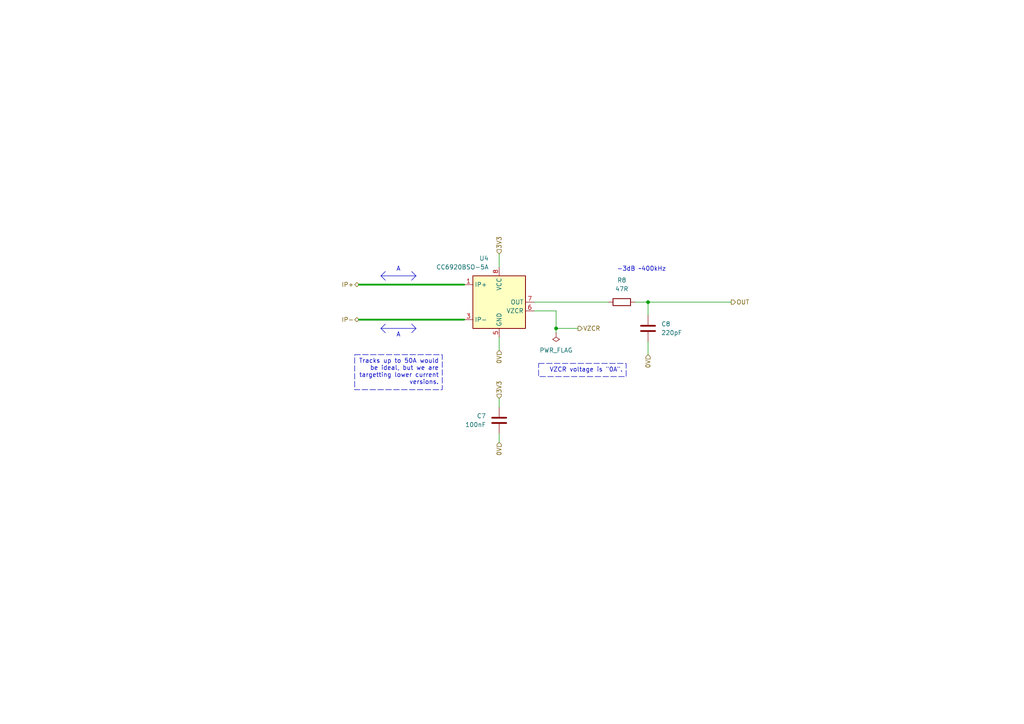
<source format=kicad_sch>
(kicad_sch (version 20231120) (generator "eeschema") (generator_version "8.0")
  (paper "A4")
  (title_block (date "2024-09-25") (rev "A"))
  (lib_symbols
    (symbol "Current_Probe_CC6920B:CC6920BSO-5A"
      (property "Reference" "U" (at 2.54 11.43 0))
      (property "Value" "CC6920BSO-5A" (at 2.54 8.89 0))
      (symbol "CC6920BSO-5A_0_1"
        (rectangle (start -7.62 7.62) (end 7.62 -7.62) (stroke (width 0.254)) (fill (type background)))
      )
      (symbol "CC6920BSO-5A_1_1"
        (pin passive line (at -10.16 5.08 0) (length 2.54) (name "IP+") (number "1"))
        (pin passive line (at -10.16 5.08 0) (length 2.54) hide (name "IP+") (number "2"))
        (pin passive line (at -10.16 -5.08 0) (length 2.54) (name "IP-") (number "3"))
        (pin passive line (at -10.16 -5.08 0) (length 2.54) hide (name "IP-") (number "4"))
        (pin power_in line (at 0 -10.16 90) (length 2.54) (name "GND") (number "5"))
        (pin passive line (at 10.16 -2.54 180) (length 2.54) (name "VZCR") (number "6"))
        (pin output line (at 10.16 0 180) (length 2.54) (name "OUT") (number "7"))
        (pin power_in line (at 0 10.16 270) (length 2.54) (name "VCC") (number "8"))
      )
    )
    (symbol "Device:C" (pin_numbers hide) (pin_names (offset 0.254))
      (property "Reference" "C" (at 0.635 2.54 0))
      (property "Value" "C" (at 0.635 -2.54 0))
      (symbol "C_0_1"
        (polyline (pts (xy -2.032 -0.762) (xy 2.032 -0.762)) (stroke (width 0.508)))
        (polyline (pts (xy -2.032 0.762) (xy 2.032 0.762)) (stroke (width 0.508)))
      )
      (symbol "C_1_1"
        (pin passive line (at 0 3.81 270) (length 2.794) (name "~") (number "1"))
        (pin passive line (at 0 -3.81 90) (length 2.794) (name "~") (number "2"))
      )
    )
    (symbol "Device:R" (pin_numbers hide) (pin_names (offset 0))
      (property "Reference" "R" (at 2.032 0 90))
      (property "Value" "R" (at 0 0 90))
      (symbol "R_0_1"
        (rectangle (start -1.016 -2.54) (end 1.016 2.54) (stroke (width 0.254)))
      )
      (symbol "R_1_1"
        (pin passive line (at 0 3.81 270) (length 1.27) (name "~") (number "1"))
        (pin passive line (at 0 -3.81 90) (length 1.27) (name "~") (number "2"))
      )
    )
    (symbol "power:PWR_FLAG" (power) (pin_numbers hide) (pin_names (offset 0) hide)
      (property "Value" "PWR_FLAG" (at 0 3.81 0))
      (symbol "PWR_FLAG_0_0"
        (pin power_out line (at 0 0 90) (length 0) (name "~") (number "1"))
      )
      (symbol "PWR_FLAG_0_1"
        (polyline (pts (xy 0 0) (xy 0 1.27) (xy -1.016 1.905) (xy 0 2.54) (xy 1.016 1.905) (xy 0 1.27)))
      )
    )
  )
  (junction (at 187.96 87.63))
  (junction (at 161.29 95.25))
  (wire (pts (xy 187.96 91.44) (xy 187.96 87.63)))
  (wire (pts (xy 161.29 95.25) (xy 161.29 90.17)))
  (wire (pts (xy 104.14 82.55) (xy 134.62 82.55)) (stroke (width 0.508)))
  (wire (pts (xy 144.78 115.57) (xy 144.78 118.11)))
  (wire (pts (xy 167.64 95.25) (xy 161.29 95.25)))
  (wire (pts (xy 144.78 125.73) (xy 144.78 128.27)))
  (polyline (pts (xy 120.65 80.01) (xy 119.38 81.28)))
  (wire (pts (xy 104.14 92.71) (xy 134.62 92.71)) (stroke (width 0.508)))
  (polyline (pts (xy 120.65 95.25) (xy 119.38 93.98)))
  (wire (pts (xy 187.96 99.06) (xy 187.96 102.87)))
  (wire (pts (xy 161.29 90.17) (xy 154.94 90.17)))
  (wire (pts (xy 144.78 97.79) (xy 144.78 101.6)))
  (polyline (pts (xy 110.49 80.01) (xy 120.65 80.01)))
  (polyline (pts (xy 120.65 80.01) (xy 119.38 78.74)))
  (polyline (pts (xy 110.49 80.01) (xy 111.76 81.28)))
  (wire (pts (xy 187.96 87.63) (xy 184.15 87.63)))
  (polyline (pts (xy 110.49 95.25) (xy 111.76 96.52)))
  (wire (pts (xy 176.53 87.63) (xy 154.94 87.63)))
  (wire (pts (xy 212.09 87.63) (xy 187.96 87.63)))
  (polyline (pts (xy 120.65 95.25) (xy 119.38 96.52)))
  (polyline (pts (xy 110.49 95.25) (xy 111.76 93.98)))
  (wire (pts (xy 144.78 73.66) (xy 144.78 77.47)))
  (wire (pts (xy 161.29 95.25) (xy 161.29 96.52)))
  (polyline (pts (xy 110.49 95.25) (xy 120.65 95.25)))
  (polyline (pts (xy 110.49 80.01) (xy 111.76 78.74)))
  (text_box "VZCR voltage is \"0A\"." (at 156.21 105.41 0) (size 25.4 3.81) (stroke (width 0) (type dash)) (effects (font (size 1.27 1.27)) (justify right top)))
  (text_box "Tracks up to 50A would be ideal, but we are targetting lower current versions." (at 102.87 102.87 0) (size 25.4 10.16) (stroke (width 0) (type dash)) (effects (font (size 1.27 1.27)) (justify right top)))
  (text "A" (at 115.57 78.105 0) (effects (font (size 1.27 1.27))))
  (text "A" (at 115.57 97.155 0) (effects (font (size 1.27 1.27))))
  (text "-3dB ~400kHz" (at 186.055 78.105 0) (effects (font (size 1.27 1.27))))
  (hierarchical_label "IP-" (shape bidirectional) (at 104.14 92.71 180))
  (hierarchical_label "0V" (shape input) (at 144.78 128.27 270))
  (hierarchical_label "VZCR" (shape output) (at 167.64 95.25 0))
  (hierarchical_label "IP+" (shape bidirectional) (at 104.14 82.55 180))
  (hierarchical_label "OUT" (shape output) (at 212.09 87.63 0))
  (hierarchical_label "3V3" (shape input) (at 144.78 73.66 90))
  (hierarchical_label "3V3" (shape input) (at 144.78 115.57 90))
  (hierarchical_label "0V" (shape input) (at 144.78 101.6 270))
  (hierarchical_label "0V" (shape input) (at 187.96 102.87 270))
  (symbol (lib_id "Device:C") (at 187.96 95.25 0) (unit 1)
    (property "Reference" "C8" (at 191.77 93.9799 0) (effects (justify left)))
    (property "Value" "220pF" (at 191.77 96.5199 0) (effects (justify left)))
    (property "Footprint" "Capacitor_SMD:C_0603_1608Metric" (effects (hide yes)))
    (property "Description" "Unpolarized capacitor" (effects (hide yes)))
    (property "LCSC Part #" "C1603" (effects (hide yes)))
    (property "Manufacturer" "Samsung Electro-Mechanics" (effects (hide yes)))
    (property "Manufacturer Part #" "CL10B221KB8NNNC" (effects (hide yes)))
  )
  (symbol (lib_id "power:PWR_FLAG") (at 161.29 96.52 180) (unit 1)
    (property "Reference" "#FLG04" (effects (hide yes)))
    (property "Value" "PWR_FLAG" (at 161.29 101.6 0))
    (property "Description" "Special symbol for telling ERC where power comes from" (effects (hide yes)))
  )
  (symbol (lib_id "Device:R") (at 180.34 87.63 270) (mirror x) (unit 1)
    (property "Reference" "R8" (at 180.34 81.28 90))
    (property "Value" "47R" (at 180.34 83.82 90))
    (property "Footprint" "Resistor_SMD:R_0603_1608Metric" (effects (hide yes)))
    (property "Description" "Resistor" (effects (hide yes)))
    (property "LCSC Part #" "C23182" (effects (hide yes)))
    (property "Manufacturer" "UNI-ROYAL(Uniroyal Elec)" (effects (hide yes)))
    (property "Manufacturer Part #" "0603WAF470JT5E" (effects (hide yes)))
  )
  (symbol (lib_id "Current_Probe_CC6920B:CC6920BSO-5A") (at 144.78 87.63 0) (unit 1)
    (property "Reference" "U4" (at 141.7635 74.93 0) (effects (justify right)))
    (property "Value" "CC6920BSO-5A" (at 141.7635 77.47 0) (effects (justify right)))
    (property "Footprint" "Package_SO:SOIC-8_3.9x4.9mm_P1.27mm" (effects (hide yes)))
    (property "Datasheet" "https://www.lcsc.com/datasheet/lcsc_datasheet_2407171004_Cross-chip-CC6920BSO-5A_C2880430.pdf" (effects (hide yes)))
    (property "Description" "±5A Bidirectional Hall-Effect Current Sensor, +3.3V supply, 264mV/A, SOIC-8" (effects (hide yes)))
    (property "LCSC Part #" "C2880430" (effects (hide yes)))
    (property "Manufacturer" "Cross chip " (effects (hide yes)))
    (property "Manufacturer Part #" "CC6920BSO-5A" (effects (hide yes)))
  )
  (symbol (lib_id "Device:C") (at 144.78 121.92 0) (mirror y) (unit 1)
    (property "Reference" "C7" (at 140.97 120.6499 0) (effects (justify left)))
    (property "Value" "100nF" (at 140.97 123.1899 0) (effects (justify left)))
    (property "Footprint" "Capacitor_SMD:C_0603_1608Metric" (effects (hide yes)))
    (property "Description" "Unpolarized capacitor" (effects (hide yes)))
    (property "LCSC Part #" "C14663" (effects (hide yes)))
    (property "Manufacturer" "YAGEO" (effects (hide yes)))
    (property "Manufacturer Part #" "CC0603KRX7R9BB104" (effects (hide yes)))
  )
)
</source>
